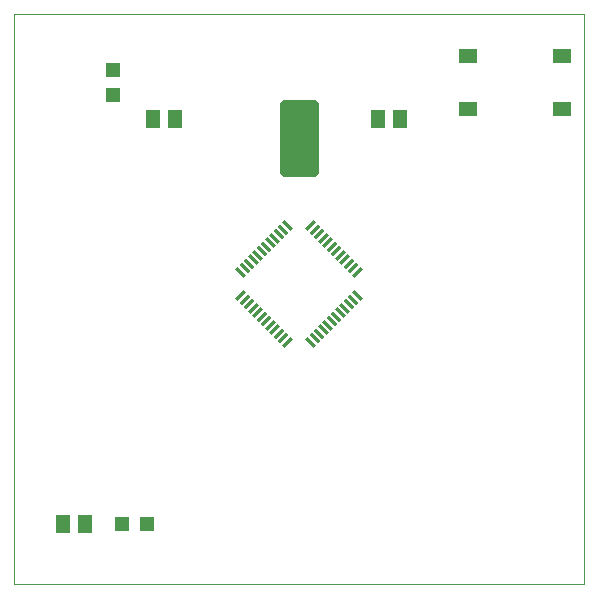
<source format=gtp>
G75*
%MOIN*%
%OFA0B0*%
%FSLAX24Y24*%
%IPPOS*%
%LPD*%
%AMOC8*
5,1,8,0,0,1.08239X$1,22.5*
%
%ADD10C,0.0000*%
%ADD11R,0.0400X0.0120*%
%ADD12R,0.0120X0.0400*%
%ADD13C,0.0320*%
%ADD14R,0.0610X0.0512*%
%ADD15R,0.0512X0.0591*%
%ADD16R,0.0472X0.0472*%
D10*
X001150Y002646D02*
X001150Y021646D01*
X020150Y021646D01*
X020150Y002646D01*
X001150Y002646D01*
D11*
G36*
X011137Y010519D02*
X010856Y010800D01*
X010941Y010885D01*
X011222Y010604D01*
X011137Y010519D01*
G37*
G36*
X011278Y010660D02*
X010997Y010941D01*
X011082Y011026D01*
X011363Y010745D01*
X011278Y010660D01*
G37*
G36*
X011420Y010801D02*
X011139Y011082D01*
X011224Y011167D01*
X011505Y010886D01*
X011420Y010801D01*
G37*
G36*
X011561Y010943D02*
X011280Y011224D01*
X011365Y011309D01*
X011646Y011028D01*
X011561Y010943D01*
G37*
G36*
X011703Y011084D02*
X011422Y011365D01*
X011507Y011450D01*
X011788Y011169D01*
X011703Y011084D01*
G37*
G36*
X011844Y011226D02*
X011563Y011507D01*
X011648Y011592D01*
X011929Y011311D01*
X011844Y011226D01*
G37*
G36*
X011985Y011367D02*
X011704Y011648D01*
X011789Y011733D01*
X012070Y011452D01*
X011985Y011367D01*
G37*
G36*
X012127Y011508D02*
X011846Y011789D01*
X011931Y011874D01*
X012212Y011593D01*
X012127Y011508D01*
G37*
G36*
X012268Y011650D02*
X011987Y011931D01*
X012072Y012016D01*
X012353Y011735D01*
X012268Y011650D01*
G37*
G36*
X012410Y011791D02*
X012129Y012072D01*
X012214Y012157D01*
X012495Y011876D01*
X012410Y011791D01*
G37*
G36*
X012551Y011933D02*
X012270Y012214D01*
X012355Y012299D01*
X012636Y012018D01*
X012551Y011933D01*
G37*
G36*
X012693Y012074D02*
X012412Y012355D01*
X012497Y012440D01*
X012778Y012159D01*
X012693Y012074D01*
G37*
G36*
X010359Y014408D02*
X010078Y014689D01*
X010163Y014774D01*
X010444Y014493D01*
X010359Y014408D01*
G37*
G36*
X010218Y014266D02*
X009937Y014547D01*
X010022Y014632D01*
X010303Y014351D01*
X010218Y014266D01*
G37*
G36*
X010076Y014125D02*
X009795Y014406D01*
X009880Y014491D01*
X010161Y014210D01*
X010076Y014125D01*
G37*
G36*
X009935Y013983D02*
X009654Y014264D01*
X009739Y014349D01*
X010020Y014068D01*
X009935Y013983D01*
G37*
G36*
X009793Y013842D02*
X009512Y014123D01*
X009597Y014208D01*
X009878Y013927D01*
X009793Y013842D01*
G37*
G36*
X009652Y013700D02*
X009371Y013981D01*
X009456Y014066D01*
X009737Y013785D01*
X009652Y013700D01*
G37*
G36*
X009511Y013559D02*
X009230Y013840D01*
X009315Y013925D01*
X009596Y013644D01*
X009511Y013559D01*
G37*
G36*
X009369Y013418D02*
X009088Y013699D01*
X009173Y013784D01*
X009454Y013503D01*
X009369Y013418D01*
G37*
G36*
X009228Y013276D02*
X008947Y013557D01*
X009032Y013642D01*
X009313Y013361D01*
X009228Y013276D01*
G37*
G36*
X009086Y013135D02*
X008805Y013416D01*
X008890Y013501D01*
X009171Y013220D01*
X009086Y013135D01*
G37*
G36*
X008945Y012993D02*
X008664Y013274D01*
X008749Y013359D01*
X009030Y013078D01*
X008945Y012993D01*
G37*
G36*
X008803Y012852D02*
X008522Y013133D01*
X008607Y013218D01*
X008888Y012937D01*
X008803Y012852D01*
G37*
D12*
G36*
X008607Y012074D02*
X008522Y012159D01*
X008803Y012440D01*
X008888Y012355D01*
X008607Y012074D01*
G37*
G36*
X008749Y011933D02*
X008664Y012018D01*
X008945Y012299D01*
X009030Y012214D01*
X008749Y011933D01*
G37*
G36*
X008890Y011791D02*
X008805Y011876D01*
X009086Y012157D01*
X009171Y012072D01*
X008890Y011791D01*
G37*
G36*
X009032Y011650D02*
X008947Y011735D01*
X009228Y012016D01*
X009313Y011931D01*
X009032Y011650D01*
G37*
G36*
X009173Y011508D02*
X009088Y011593D01*
X009369Y011874D01*
X009454Y011789D01*
X009173Y011508D01*
G37*
G36*
X009315Y011367D02*
X009230Y011452D01*
X009511Y011733D01*
X009596Y011648D01*
X009315Y011367D01*
G37*
G36*
X009456Y011226D02*
X009371Y011311D01*
X009652Y011592D01*
X009737Y011507D01*
X009456Y011226D01*
G37*
G36*
X009597Y011084D02*
X009512Y011169D01*
X009793Y011450D01*
X009878Y011365D01*
X009597Y011084D01*
G37*
G36*
X009739Y010943D02*
X009654Y011028D01*
X009935Y011309D01*
X010020Y011224D01*
X009739Y010943D01*
G37*
G36*
X009880Y010801D02*
X009795Y010886D01*
X010076Y011167D01*
X010161Y011082D01*
X009880Y010801D01*
G37*
G36*
X010022Y010660D02*
X009937Y010745D01*
X010218Y011026D01*
X010303Y010941D01*
X010022Y010660D01*
G37*
G36*
X010163Y010519D02*
X010078Y010604D01*
X010359Y010885D01*
X010444Y010800D01*
X010163Y010519D01*
G37*
G36*
X012355Y012993D02*
X012270Y013078D01*
X012551Y013359D01*
X012636Y013274D01*
X012355Y012993D01*
G37*
G36*
X012497Y012852D02*
X012412Y012937D01*
X012693Y013218D01*
X012778Y013133D01*
X012497Y012852D01*
G37*
G36*
X012214Y013135D02*
X012129Y013220D01*
X012410Y013501D01*
X012495Y013416D01*
X012214Y013135D01*
G37*
G36*
X012072Y013276D02*
X011987Y013361D01*
X012268Y013642D01*
X012353Y013557D01*
X012072Y013276D01*
G37*
G36*
X011931Y013418D02*
X011846Y013503D01*
X012127Y013784D01*
X012212Y013699D01*
X011931Y013418D01*
G37*
G36*
X011789Y013559D02*
X011704Y013644D01*
X011985Y013925D01*
X012070Y013840D01*
X011789Y013559D01*
G37*
G36*
X011648Y013700D02*
X011563Y013785D01*
X011844Y014066D01*
X011929Y013981D01*
X011648Y013700D01*
G37*
G36*
X011507Y013842D02*
X011422Y013927D01*
X011703Y014208D01*
X011788Y014123D01*
X011507Y013842D01*
G37*
G36*
X011365Y013983D02*
X011280Y014068D01*
X011561Y014349D01*
X011646Y014264D01*
X011365Y013983D01*
G37*
G36*
X011224Y014125D02*
X011139Y014210D01*
X011420Y014491D01*
X011505Y014406D01*
X011224Y014125D01*
G37*
G36*
X011082Y014266D02*
X010997Y014351D01*
X011278Y014632D01*
X011363Y014547D01*
X011082Y014266D01*
G37*
G36*
X010941Y014408D02*
X010856Y014493D01*
X011137Y014774D01*
X011222Y014689D01*
X010941Y014408D01*
G37*
D13*
X011130Y016386D02*
X011130Y018606D01*
X011130Y016386D02*
X010170Y016386D01*
X010170Y018606D01*
X011130Y018606D01*
X011130Y016705D02*
X010170Y016705D01*
X010170Y017024D02*
X011130Y017024D01*
X011130Y017343D02*
X010170Y017343D01*
X010170Y017662D02*
X011130Y017662D01*
X011130Y017981D02*
X010170Y017981D01*
X010170Y018300D02*
X011130Y018300D01*
D14*
X016285Y018460D03*
X016285Y020232D03*
X019415Y020232D03*
X019415Y018460D03*
D15*
X014024Y018146D03*
X013276Y018146D03*
X006524Y018146D03*
X005776Y018146D03*
X003524Y004646D03*
X002776Y004646D03*
D16*
X004737Y004646D03*
X005563Y004646D03*
X004425Y018933D03*
X004425Y019759D03*
M02*

</source>
